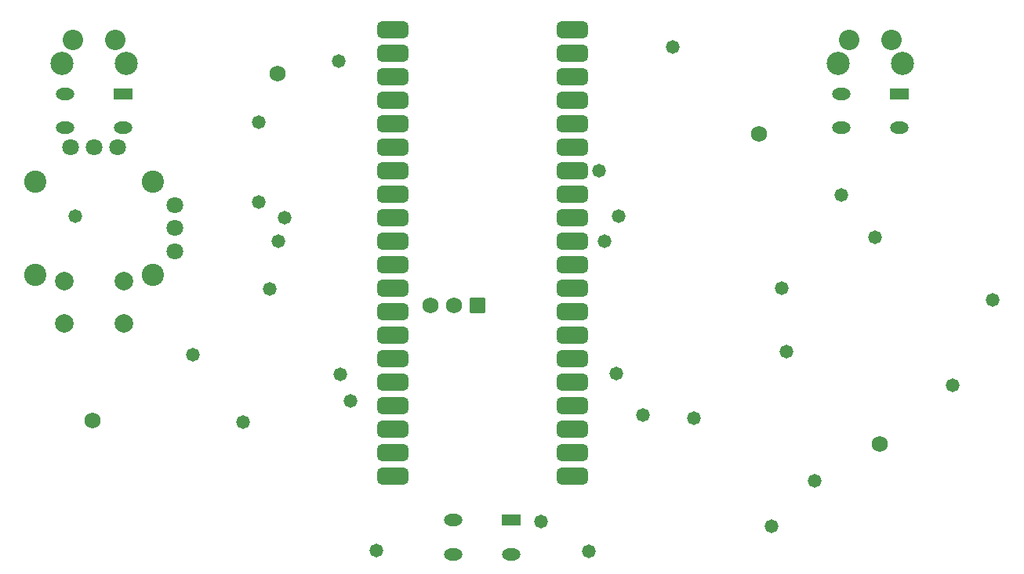
<source format=gbs>
G04*
G04 #@! TF.GenerationSoftware,Altium Limited,CircuitMaker,2.2.1 (2.2.1.6)*
G04*
G04 Layer_Color=8150272*
%FSLAX25Y25*%
%MOIN*%
G70*
G04*
G04 #@! TF.SameCoordinates,AAD4B4F7-D1E0-42C2-89CD-4A0885FF1A0E*
G04*
G04*
G04 #@! TF.FilePolarity,Negative*
G04*
G01*
G75*
%ADD15R,0.07887X0.05131*%
%ADD16O,0.07887X0.05131*%
%ADD17C,0.06800*%
%ADD18C,0.08674*%
%ADD19C,0.09855*%
%ADD20C,0.09461*%
%ADD21C,0.07887*%
%ADD22C,0.07099*%
%ADD23C,0.05800*%
G04:AMPARAMS|DCode=38|XSize=68mil|YSize=68mil|CornerRadius=8.5mil|HoleSize=0mil|Usage=FLASHONLY|Rotation=180.000|XOffset=0mil|YOffset=0mil|HoleType=Round|Shape=RoundedRectangle|*
%AMROUNDEDRECTD38*
21,1,0.06800,0.05100,0,0,180.0*
21,1,0.05100,0.06800,0,0,180.0*
1,1,0.01700,-0.02550,0.02550*
1,1,0.01700,0.02550,0.02550*
1,1,0.01700,0.02550,-0.02550*
1,1,0.01700,-0.02550,-0.02550*
%
%ADD38ROUNDEDRECTD38*%
G04:AMPARAMS|DCode=39|XSize=133.98mil|YSize=70.99mil|CornerRadius=19.75mil|HoleSize=0mil|Usage=FLASHONLY|Rotation=180.000|XOffset=0mil|YOffset=0mil|HoleType=Round|Shape=RoundedRectangle|*
%AMROUNDEDRECTD39*
21,1,0.13398,0.03150,0,0,180.0*
21,1,0.09449,0.07099,0,0,180.0*
1,1,0.03950,-0.04724,0.01575*
1,1,0.03950,0.04724,0.01575*
1,1,0.03950,0.04724,-0.01575*
1,1,0.03950,-0.04724,-0.01575*
%
%ADD39ROUNDEDRECTD39*%
D15*
X392205Y257283D02*
D03*
X227205Y75783D02*
D03*
X62205Y257283D02*
D03*
D16*
X392205Y242717D02*
D03*
X367795Y257283D02*
D03*
Y242717D02*
D03*
X227205Y61216D02*
D03*
X202795Y75783D02*
D03*
Y61216D02*
D03*
X62205Y242717D02*
D03*
X37795Y257283D02*
D03*
Y242717D02*
D03*
D17*
X192850Y167059D02*
D03*
X202850D02*
D03*
X332677Y240158D02*
D03*
X127953Y265748D02*
D03*
X383858Y108268D02*
D03*
X49213Y118110D02*
D03*
D18*
X371142Y280000D02*
D03*
X388858D02*
D03*
X41142D02*
D03*
X58858D02*
D03*
D19*
X393799Y270197D02*
D03*
X366201D02*
D03*
X63799D02*
D03*
X36201D02*
D03*
D20*
X25098Y219685D02*
D03*
X74902D02*
D03*
Y180315D02*
D03*
X25098D02*
D03*
D21*
X62795Y159646D02*
D03*
X37205D02*
D03*
X62795Y177362D02*
D03*
X37205D02*
D03*
D22*
X84370Y190157D02*
D03*
Y200000D02*
D03*
Y209842D02*
D03*
X59842Y234370D02*
D03*
X50000D02*
D03*
X40157D02*
D03*
D23*
X124707Y174241D02*
D03*
X305000Y119000D02*
D03*
X338000Y73000D02*
D03*
X240000Y75000D02*
D03*
X92000Y146000D02*
D03*
X154000Y271000D02*
D03*
X42000Y205000D02*
D03*
X382000Y196000D02*
D03*
X415000Y133000D02*
D03*
X120000Y211000D02*
D03*
Y245000D02*
D03*
X264588Y224385D02*
D03*
X296000Y277000D02*
D03*
X273000Y205000D02*
D03*
X267000Y194500D02*
D03*
X367587Y214234D02*
D03*
X342500Y174500D02*
D03*
X432000Y169500D02*
D03*
X344500Y147500D02*
D03*
X272000Y138000D02*
D03*
X283500Y120500D02*
D03*
X356500Y92500D02*
D03*
X260500Y62500D02*
D03*
X131000Y204500D02*
D03*
X128500Y194500D02*
D03*
X154800Y137900D02*
D03*
X113400Y117600D02*
D03*
X159088Y126439D02*
D03*
X170100Y62700D02*
D03*
D38*
X212850Y167059D02*
D03*
D39*
X253299Y94500D02*
D03*
Y104500D02*
D03*
Y114500D02*
D03*
Y124500D02*
D03*
Y134500D02*
D03*
Y144500D02*
D03*
Y154500D02*
D03*
Y164500D02*
D03*
Y174500D02*
D03*
Y184500D02*
D03*
Y194500D02*
D03*
Y204500D02*
D03*
Y214500D02*
D03*
Y224500D02*
D03*
Y234500D02*
D03*
Y244500D02*
D03*
Y254500D02*
D03*
Y264500D02*
D03*
Y274500D02*
D03*
Y284500D02*
D03*
X177000Y94500D02*
D03*
Y104500D02*
D03*
Y114500D02*
D03*
Y124500D02*
D03*
Y134500D02*
D03*
Y144500D02*
D03*
Y154500D02*
D03*
Y164500D02*
D03*
Y174500D02*
D03*
Y184500D02*
D03*
Y194500D02*
D03*
Y204500D02*
D03*
Y214500D02*
D03*
Y224500D02*
D03*
Y234500D02*
D03*
Y244500D02*
D03*
Y254500D02*
D03*
Y264500D02*
D03*
Y274500D02*
D03*
Y284500D02*
D03*
M02*

</source>
